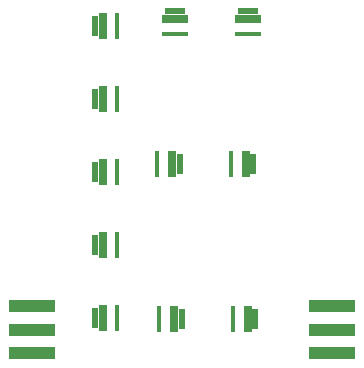
<source format=gts>
G04 #@! TF.FileFunction,Soldermask,Top*
%FSLAX46Y46*%
G04 Gerber Fmt 4.6, Leading zero omitted, Abs format (unit mm)*
G04 Created by KiCad (PCBNEW 4.0.0-rc2-stable) date 3/3/2016 3:43:28 PM*
%MOMM*%
G01*
G04 APERTURE LIST*
%ADD10C,0.150000*%
%ADD11R,1.800000X0.500000*%
%ADD12R,2.300000X0.320000*%
%ADD13R,2.300000X0.800000*%
%ADD14R,0.500000X1.800000*%
%ADD15R,0.320000X2.300000*%
%ADD16R,0.800000X2.300000*%
%ADD17R,4.000000X1.000000*%
%ADD18C,0.600000*%
G04 APERTURE END LIST*
D10*
D11*
X67258100Y-21250349D03*
D12*
X67258100Y-23150349D03*
D13*
X67258100Y-21900349D03*
D11*
X61074165Y-21250349D03*
D12*
X61074165Y-23150349D03*
D13*
X61074165Y-21900349D03*
D14*
X54323350Y-22485806D03*
D15*
X56223350Y-22485806D03*
D16*
X54973350Y-22485806D03*
D14*
X54323350Y-28670439D03*
D15*
X56223350Y-28670439D03*
D16*
X54973350Y-28670439D03*
D14*
X54323350Y-34855072D03*
D15*
X56223350Y-34855072D03*
D16*
X54973350Y-34855072D03*
D14*
X54323350Y-41039710D03*
D15*
X56223350Y-41039710D03*
D16*
X54973350Y-41039710D03*
D14*
X54323350Y-47224346D03*
D15*
X56223350Y-47224346D03*
D16*
X54973350Y-47224346D03*
D14*
X67730470Y-34150402D03*
D15*
X65830470Y-34150402D03*
D16*
X67080470Y-34150402D03*
D14*
X61510577Y-34150402D03*
D15*
X59610577Y-34150402D03*
D16*
X60860577Y-34150402D03*
D14*
X67896640Y-47261528D03*
D15*
X65996640Y-47261528D03*
D16*
X67246640Y-47261528D03*
D14*
X61677817Y-47261528D03*
D15*
X59777817Y-47261528D03*
D16*
X61027817Y-47261528D03*
D17*
X74383090Y-50192200D03*
X74383090Y-48192200D03*
X74383090Y-46192200D03*
D18*
X73383090Y-50192200D03*
X73383090Y-48192200D03*
X73383090Y-46192200D03*
D17*
X49020840Y-46192200D03*
X49020840Y-48192200D03*
X49020840Y-50192200D03*
D18*
X50020840Y-46192200D03*
X50020840Y-48192200D03*
X50020840Y-50192200D03*
M02*

</source>
